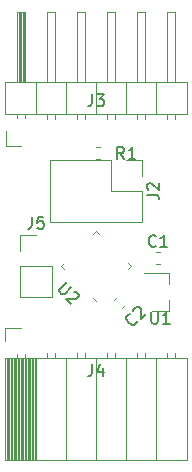
<source format=gto>
%TF.GenerationSoftware,KiCad,Pcbnew,(5.1.5)-3*%
%TF.CreationDate,2020-03-25T18:08:18+08:00*%
%TF.ProjectId,RH2288_PWM,52483232-3838-45f5-9057-4d2e6b696361,rev?*%
%TF.SameCoordinates,Original*%
%TF.FileFunction,Legend,Top*%
%TF.FilePolarity,Positive*%
%FSLAX46Y46*%
G04 Gerber Fmt 4.6, Leading zero omitted, Abs format (unit mm)*
G04 Created by KiCad (PCBNEW (5.1.5)-3) date 2020-03-25 18:08:18*
%MOMM*%
%LPD*%
G04 APERTURE LIST*
%ADD10C,0.120000*%
%ADD11C,0.150000*%
G04 APERTURE END LIST*
D10*
X158605000Y-105400000D02*
X157145000Y-105400000D01*
X158605000Y-102240000D02*
X156445000Y-102240000D01*
X158605000Y-102240000D02*
X158605000Y-103170000D01*
X158605000Y-105400000D02*
X158605000Y-104470000D01*
X152134835Y-104318826D02*
X152400000Y-104583991D01*
X152400000Y-98616009D02*
X152134835Y-98881174D01*
X152665165Y-98881174D02*
X152400000Y-98616009D01*
X155383991Y-101600000D02*
X155118826Y-101865165D01*
X155118826Y-101334835D02*
X155383991Y-101600000D01*
X149416009Y-101600000D02*
X149681174Y-101334835D01*
X149681174Y-101865165D02*
X149416009Y-101600000D01*
X152715279Y-91565000D02*
X152389721Y-91565000D01*
X152715279Y-92585000D02*
X152389721Y-92585000D01*
X145990000Y-99000000D02*
X147320000Y-99000000D01*
X145990000Y-100330000D02*
X145990000Y-99000000D01*
X145990000Y-101600000D02*
X148650000Y-101600000D01*
X148650000Y-101600000D02*
X148650000Y-104200000D01*
X145990000Y-101600000D02*
X145990000Y-104200000D01*
X145990000Y-104200000D02*
X148650000Y-104200000D01*
X144720000Y-107950000D02*
X144720000Y-106840000D01*
X144720000Y-106840000D02*
X146050000Y-106840000D01*
X144720000Y-118040000D02*
X160080000Y-118040000D01*
X160080000Y-118040000D02*
X160080000Y-109410000D01*
X144720000Y-109410000D02*
X160080000Y-109410000D01*
X144720000Y-118040000D02*
X144720000Y-109410000D01*
X157480000Y-118040000D02*
X157480000Y-109410000D01*
X154940000Y-118040000D02*
X154940000Y-109410000D01*
X152400000Y-118040000D02*
X152400000Y-109410000D01*
X149860000Y-118040000D02*
X149860000Y-109410000D01*
X147320000Y-118040000D02*
X147320000Y-109410000D01*
X159110000Y-109410000D02*
X159110000Y-109000000D01*
X158390000Y-109410000D02*
X158390000Y-109000000D01*
X156570000Y-109410000D02*
X156570000Y-109000000D01*
X155850000Y-109410000D02*
X155850000Y-109000000D01*
X154030000Y-109410000D02*
X154030000Y-109000000D01*
X153310000Y-109410000D02*
X153310000Y-109000000D01*
X151490000Y-109410000D02*
X151490000Y-109000000D01*
X150770000Y-109410000D02*
X150770000Y-109000000D01*
X148950000Y-109410000D02*
X148950000Y-109000000D01*
X148230000Y-109410000D02*
X148230000Y-109000000D01*
X146410000Y-109410000D02*
X146410000Y-109060000D01*
X145690000Y-109410000D02*
X145690000Y-109060000D01*
X147201900Y-118040000D02*
X147201900Y-109410000D01*
X147083805Y-118040000D02*
X147083805Y-109410000D01*
X146965710Y-118040000D02*
X146965710Y-109410000D01*
X146847615Y-118040000D02*
X146847615Y-109410000D01*
X146729520Y-118040000D02*
X146729520Y-109410000D01*
X146611425Y-118040000D02*
X146611425Y-109410000D01*
X146493330Y-118040000D02*
X146493330Y-109410000D01*
X146375235Y-118040000D02*
X146375235Y-109410000D01*
X146257140Y-118040000D02*
X146257140Y-109410000D01*
X146139045Y-118040000D02*
X146139045Y-109410000D01*
X146020950Y-118040000D02*
X146020950Y-109410000D01*
X145902855Y-118040000D02*
X145902855Y-109410000D01*
X145784760Y-118040000D02*
X145784760Y-109410000D01*
X145666665Y-118040000D02*
X145666665Y-109410000D01*
X145548570Y-118040000D02*
X145548570Y-109410000D01*
X145430475Y-118040000D02*
X145430475Y-109410000D01*
X145312380Y-118040000D02*
X145312380Y-109410000D01*
X145194285Y-118040000D02*
X145194285Y-109410000D01*
X145076190Y-118040000D02*
X145076190Y-109410000D01*
X144958095Y-118040000D02*
X144958095Y-109410000D01*
X144840000Y-118040000D02*
X144840000Y-109410000D01*
X144780000Y-91440000D02*
X144780000Y-90170000D01*
X146050000Y-91440000D02*
X144780000Y-91440000D01*
X159130000Y-89127071D02*
X159130000Y-88730000D01*
X158370000Y-89127071D02*
X158370000Y-88730000D01*
X159130000Y-80070000D02*
X159130000Y-86070000D01*
X158370000Y-80070000D02*
X159130000Y-80070000D01*
X158370000Y-86070000D02*
X158370000Y-80070000D01*
X157480000Y-88730000D02*
X157480000Y-86070000D01*
X156590000Y-89127071D02*
X156590000Y-88730000D01*
X155830000Y-89127071D02*
X155830000Y-88730000D01*
X156590000Y-80070000D02*
X156590000Y-86070000D01*
X155830000Y-80070000D02*
X156590000Y-80070000D01*
X155830000Y-86070000D02*
X155830000Y-80070000D01*
X154940000Y-88730000D02*
X154940000Y-86070000D01*
X154050000Y-89127071D02*
X154050000Y-88730000D01*
X153290000Y-89127071D02*
X153290000Y-88730000D01*
X154050000Y-80070000D02*
X154050000Y-86070000D01*
X153290000Y-80070000D02*
X154050000Y-80070000D01*
X153290000Y-86070000D02*
X153290000Y-80070000D01*
X152400000Y-88730000D02*
X152400000Y-86070000D01*
X151510000Y-89127071D02*
X151510000Y-88730000D01*
X150750000Y-89127071D02*
X150750000Y-88730000D01*
X151510000Y-80070000D02*
X151510000Y-86070000D01*
X150750000Y-80070000D02*
X151510000Y-80070000D01*
X150750000Y-86070000D02*
X150750000Y-80070000D01*
X149860000Y-88730000D02*
X149860000Y-86070000D01*
X148970000Y-89127071D02*
X148970000Y-88730000D01*
X148210000Y-89127071D02*
X148210000Y-88730000D01*
X148970000Y-80070000D02*
X148970000Y-86070000D01*
X148210000Y-80070000D02*
X148970000Y-80070000D01*
X148210000Y-86070000D02*
X148210000Y-80070000D01*
X147320000Y-88730000D02*
X147320000Y-86070000D01*
X146430000Y-89060000D02*
X146430000Y-88730000D01*
X145670000Y-89060000D02*
X145670000Y-88730000D01*
X146330000Y-86070000D02*
X146330000Y-80070000D01*
X146210000Y-86070000D02*
X146210000Y-80070000D01*
X146090000Y-86070000D02*
X146090000Y-80070000D01*
X145970000Y-86070000D02*
X145970000Y-80070000D01*
X145850000Y-86070000D02*
X145850000Y-80070000D01*
X145730000Y-86070000D02*
X145730000Y-80070000D01*
X146430000Y-80070000D02*
X146430000Y-86070000D01*
X145670000Y-80070000D02*
X146430000Y-80070000D01*
X145670000Y-86070000D02*
X145670000Y-80070000D01*
X144720000Y-86070000D02*
X144720000Y-88730000D01*
X160080000Y-86070000D02*
X144720000Y-86070000D01*
X160080000Y-88730000D02*
X160080000Y-86070000D01*
X144720000Y-88730000D02*
X160080000Y-88730000D01*
X156270000Y-92650000D02*
X156270000Y-93980000D01*
X154940000Y-92650000D02*
X156270000Y-92650000D01*
X156270000Y-95250000D02*
X156270000Y-97850000D01*
X153670000Y-95250000D02*
X156270000Y-95250000D01*
X153670000Y-92650000D02*
X153670000Y-95250000D01*
X156270000Y-97850000D02*
X148530000Y-97850000D01*
X153670000Y-92650000D02*
X148530000Y-92650000D01*
X148530000Y-92650000D02*
X148530000Y-97850000D01*
X154628675Y-105172574D02*
X154858880Y-104942369D01*
X153907426Y-104451325D02*
X154137631Y-104221120D01*
X157469721Y-101475000D02*
X157795279Y-101475000D01*
X157469721Y-100455000D02*
X157795279Y-100455000D01*
D11*
X157083095Y-105497380D02*
X157083095Y-106306904D01*
X157130714Y-106402142D01*
X157178333Y-106449761D01*
X157273571Y-106497380D01*
X157464047Y-106497380D01*
X157559285Y-106449761D01*
X157606904Y-106402142D01*
X157654523Y-106306904D01*
X157654523Y-105497380D01*
X158654523Y-106497380D02*
X158083095Y-106497380D01*
X158368809Y-106497380D02*
X158368809Y-105497380D01*
X158273571Y-105640238D01*
X158178333Y-105735476D01*
X158083095Y-105783095D01*
X149915025Y-103007478D02*
X149342605Y-103579898D01*
X149308933Y-103680913D01*
X149308933Y-103748257D01*
X149342605Y-103849272D01*
X149477292Y-103983959D01*
X149578307Y-104017631D01*
X149645651Y-104017631D01*
X149746666Y-103983959D01*
X150319086Y-103411539D01*
X150554788Y-103781929D02*
X150622131Y-103781929D01*
X150723147Y-103815600D01*
X150891505Y-103983959D01*
X150925177Y-104084974D01*
X150925177Y-104152318D01*
X150891505Y-104253333D01*
X150824162Y-104320677D01*
X150689475Y-104388020D01*
X149881353Y-104388020D01*
X150319086Y-104825753D01*
X154773333Y-92527380D02*
X154440000Y-92051190D01*
X154201904Y-92527380D02*
X154201904Y-91527380D01*
X154582857Y-91527380D01*
X154678095Y-91575000D01*
X154725714Y-91622619D01*
X154773333Y-91717857D01*
X154773333Y-91860714D01*
X154725714Y-91955952D01*
X154678095Y-92003571D01*
X154582857Y-92051190D01*
X154201904Y-92051190D01*
X155725714Y-92527380D02*
X155154285Y-92527380D01*
X155440000Y-92527380D02*
X155440000Y-91527380D01*
X155344761Y-91670238D01*
X155249523Y-91765476D01*
X155154285Y-91813095D01*
X146986666Y-97452380D02*
X146986666Y-98166666D01*
X146939047Y-98309523D01*
X146843809Y-98404761D01*
X146700952Y-98452380D01*
X146605714Y-98452380D01*
X147939047Y-97452380D02*
X147462857Y-97452380D01*
X147415238Y-97928571D01*
X147462857Y-97880952D01*
X147558095Y-97833333D01*
X147796190Y-97833333D01*
X147891428Y-97880952D01*
X147939047Y-97928571D01*
X147986666Y-98023809D01*
X147986666Y-98261904D01*
X147939047Y-98357142D01*
X147891428Y-98404761D01*
X147796190Y-98452380D01*
X147558095Y-98452380D01*
X147462857Y-98404761D01*
X147415238Y-98357142D01*
X152066666Y-109942380D02*
X152066666Y-110656666D01*
X152019047Y-110799523D01*
X151923809Y-110894761D01*
X151780952Y-110942380D01*
X151685714Y-110942380D01*
X152971428Y-110275714D02*
X152971428Y-110942380D01*
X152733333Y-109894761D02*
X152495238Y-110609047D01*
X153114285Y-110609047D01*
X152066666Y-87082380D02*
X152066666Y-87796666D01*
X152019047Y-87939523D01*
X151923809Y-88034761D01*
X151780952Y-88082380D01*
X151685714Y-88082380D01*
X152447619Y-87082380D02*
X153066666Y-87082380D01*
X152733333Y-87463333D01*
X152876190Y-87463333D01*
X152971428Y-87510952D01*
X153019047Y-87558571D01*
X153066666Y-87653809D01*
X153066666Y-87891904D01*
X153019047Y-87987142D01*
X152971428Y-88034761D01*
X152876190Y-88082380D01*
X152590476Y-88082380D01*
X152495238Y-88034761D01*
X152447619Y-87987142D01*
X156722380Y-95583333D02*
X157436666Y-95583333D01*
X157579523Y-95630952D01*
X157674761Y-95726190D01*
X157722380Y-95869047D01*
X157722380Y-95964285D01*
X156817619Y-95154761D02*
X156770000Y-95107142D01*
X156722380Y-95011904D01*
X156722380Y-94773809D01*
X156770000Y-94678571D01*
X156817619Y-94630952D01*
X156912857Y-94583333D01*
X157008095Y-94583333D01*
X157150952Y-94630952D01*
X157722380Y-95202380D01*
X157722380Y-94583333D01*
X155865993Y-106259083D02*
X155865993Y-106326426D01*
X155798649Y-106461113D01*
X155731306Y-106528457D01*
X155596618Y-106595800D01*
X155461931Y-106595800D01*
X155360916Y-106562129D01*
X155192557Y-106461113D01*
X155091542Y-106360098D01*
X154990527Y-106191739D01*
X154956855Y-106090724D01*
X154956855Y-105956037D01*
X155024199Y-105821350D01*
X155091542Y-105754006D01*
X155226229Y-105686663D01*
X155293573Y-105686663D01*
X155562947Y-105417289D02*
X155562947Y-105349945D01*
X155596618Y-105248930D01*
X155764977Y-105080571D01*
X155865993Y-105046900D01*
X155933336Y-105046900D01*
X156034351Y-105080571D01*
X156101695Y-105147915D01*
X156169038Y-105282602D01*
X156169038Y-106090724D01*
X156606771Y-105652991D01*
X157465833Y-99892142D02*
X157418214Y-99939761D01*
X157275357Y-99987380D01*
X157180119Y-99987380D01*
X157037261Y-99939761D01*
X156942023Y-99844523D01*
X156894404Y-99749285D01*
X156846785Y-99558809D01*
X156846785Y-99415952D01*
X156894404Y-99225476D01*
X156942023Y-99130238D01*
X157037261Y-99035000D01*
X157180119Y-98987380D01*
X157275357Y-98987380D01*
X157418214Y-99035000D01*
X157465833Y-99082619D01*
X158418214Y-99987380D02*
X157846785Y-99987380D01*
X158132500Y-99987380D02*
X158132500Y-98987380D01*
X158037261Y-99130238D01*
X157942023Y-99225476D01*
X157846785Y-99273095D01*
M02*

</source>
